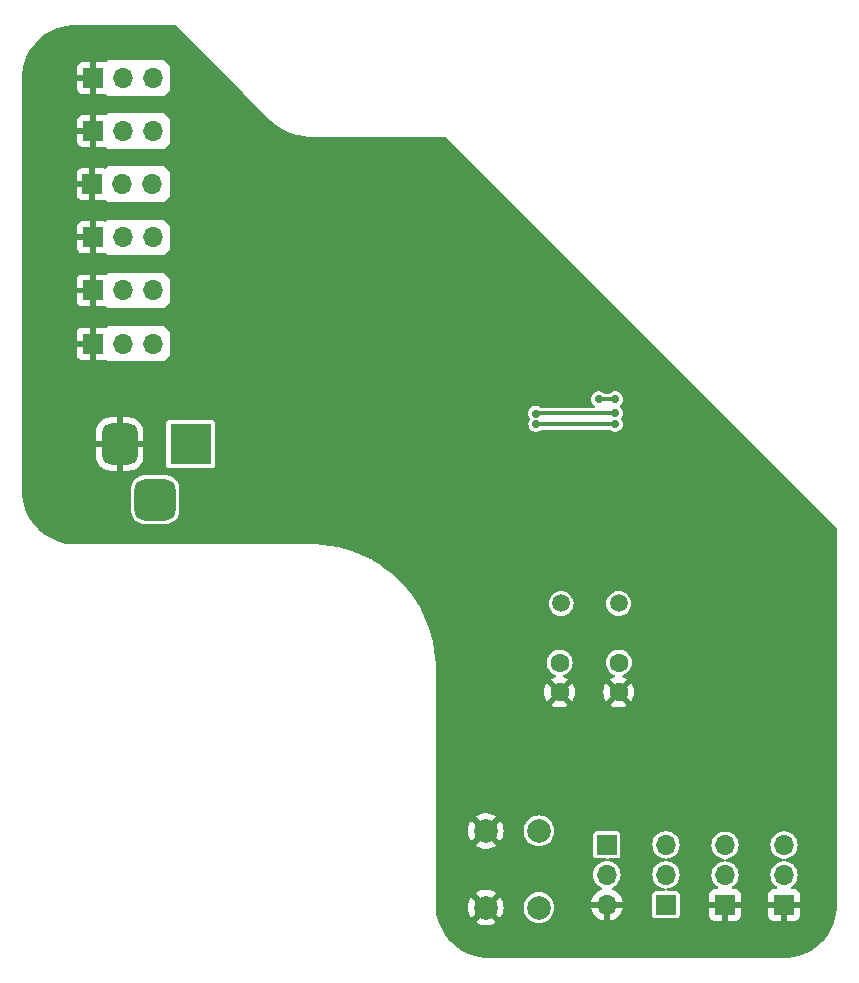
<source format=gbr>
%TF.GenerationSoftware,KiCad,Pcbnew,8.0.6*%
%TF.CreationDate,2025-01-24T14:08:04+11:00*%
%TF.ProjectId,STM32F070F6P6-Robot-Arm-2,53544d33-3246-4303-9730-463650362d52,rev?*%
%TF.SameCoordinates,Original*%
%TF.FileFunction,Copper,L2,Bot*%
%TF.FilePolarity,Positive*%
%FSLAX46Y46*%
G04 Gerber Fmt 4.6, Leading zero omitted, Abs format (unit mm)*
G04 Created by KiCad (PCBNEW 8.0.6) date 2025-01-24 14:08:04*
%MOMM*%
%LPD*%
G01*
G04 APERTURE LIST*
G04 Aperture macros list*
%AMRoundRect*
0 Rectangle with rounded corners*
0 $1 Rounding radius*
0 $2 $3 $4 $5 $6 $7 $8 $9 X,Y pos of 4 corners*
0 Add a 4 corners polygon primitive as box body*
4,1,4,$2,$3,$4,$5,$6,$7,$8,$9,$2,$3,0*
0 Add four circle primitives for the rounded corners*
1,1,$1+$1,$2,$3*
1,1,$1+$1,$4,$5*
1,1,$1+$1,$6,$7*
1,1,$1+$1,$8,$9*
0 Add four rect primitives between the rounded corners*
20,1,$1+$1,$2,$3,$4,$5,0*
20,1,$1+$1,$4,$5,$6,$7,0*
20,1,$1+$1,$6,$7,$8,$9,0*
20,1,$1+$1,$8,$9,$2,$3,0*%
G04 Aperture macros list end*
%TA.AperFunction,ComponentPad*%
%ADD10R,1.700000X1.700000*%
%TD*%
%TA.AperFunction,ComponentPad*%
%ADD11O,1.700000X1.700000*%
%TD*%
%TA.AperFunction,ComponentPad*%
%ADD12R,3.500000X3.500000*%
%TD*%
%TA.AperFunction,ComponentPad*%
%ADD13RoundRect,0.750000X-0.750000X-1.000000X0.750000X-1.000000X0.750000X1.000000X-0.750000X1.000000X0*%
%TD*%
%TA.AperFunction,ComponentPad*%
%ADD14RoundRect,0.875000X-0.875000X-0.875000X0.875000X-0.875000X0.875000X0.875000X-0.875000X0.875000X0*%
%TD*%
%TA.AperFunction,ComponentPad*%
%ADD15C,1.500000*%
%TD*%
%TA.AperFunction,ComponentPad*%
%ADD16C,1.600000*%
%TD*%
%TA.AperFunction,ComponentPad*%
%ADD17C,2.000000*%
%TD*%
%TA.AperFunction,ViaPad*%
%ADD18C,0.700000*%
%TD*%
%TA.AperFunction,Conductor*%
%ADD19C,0.300000*%
%TD*%
G04 APERTURE END LIST*
D10*
%TO.P,TIM3_CH1,1,Pin_1*%
%TO.N,GND*%
X56500000Y-54500000D03*
D11*
%TO.P,TIM3_CH1,2,Pin_2*%
%TO.N,VBUS*%
X59040000Y-54500000D03*
%TO.P,TIM3_CH1,3,Pin_3*%
%TO.N,/TIM3_CH1*%
X61580000Y-54500000D03*
%TD*%
D12*
%TO.P,J10,1*%
%TO.N,VBUS*%
X64750000Y-81000000D03*
D13*
%TO.P,J10,2*%
%TO.N,GND*%
X58750000Y-81000000D03*
D14*
%TO.P,J10,3*%
%TO.N,unconnected-(J10-Pad3)*%
X61750000Y-85700000D03*
%TD*%
D15*
%TO.P,Y1,1,1*%
%TO.N,/HSE_OUT*%
X101000000Y-94500000D03*
%TO.P,Y1,2,2*%
%TO.N,/HSE_IN*%
X96120000Y-94500000D03*
%TD*%
D10*
%TO.P,TIM1_CH3,1,Pin_1*%
%TO.N,GND*%
X56460000Y-72500000D03*
D11*
%TO.P,TIM1_CH3,2,Pin_2*%
%TO.N,VBUS*%
X59000000Y-72500000D03*
%TO.P,TIM1_CH3,3,Pin_3*%
%TO.N,/TIM1_CH3*%
X61540000Y-72500000D03*
%TD*%
D10*
%TO.P,J7,1,Pin_1*%
%TO.N,+3V3*%
X100000000Y-114920000D03*
D11*
%TO.P,J7,2,Pin_2*%
%TO.N,/BOOT0*%
X100000000Y-117460000D03*
%TO.P,J7,3,Pin_3*%
%TO.N,GND*%
X100000000Y-120000000D03*
%TD*%
D10*
%TO.P,TIM1_CH2,1,Pin_1*%
%TO.N,GND*%
X56460000Y-68000000D03*
D11*
%TO.P,TIM1_CH2,2,Pin_2*%
%TO.N,VBUS*%
X59000000Y-68000000D03*
%TO.P,TIM1_CH2,3,Pin_3*%
%TO.N,/TIM1_CH2*%
X61540000Y-68000000D03*
%TD*%
D10*
%TO.P,J6,1,Pin_1*%
%TO.N,GND*%
X110000000Y-120040000D03*
D11*
%TO.P,J6,2,Pin_2*%
%TO.N,/RX*%
X110000000Y-117500000D03*
%TO.P,J6,3,Pin_3*%
%TO.N,/TX*%
X110000000Y-114960000D03*
%TD*%
D16*
%TO.P,C4_10p1,1*%
%TO.N,/HSE_IN*%
X96000000Y-99500000D03*
%TO.P,C4_10p1,2*%
%TO.N,GND*%
X96000000Y-102000000D03*
%TD*%
D17*
%TO.P,RESET1,1,C*%
%TO.N,GND*%
X89750000Y-120250000D03*
X89750000Y-113750000D03*
%TO.P,RESET1,2,D*%
%TO.N,/NRST*%
X94250000Y-120250000D03*
X94250000Y-113750000D03*
%TD*%
D16*
%TO.P,C5_10p1,1*%
%TO.N,/HSE_OUT*%
X101000000Y-99500000D03*
%TO.P,C5_10p1,2*%
%TO.N,GND*%
X101000000Y-102000000D03*
%TD*%
D10*
%TO.P,TIM14_CH1,1,Pin_1*%
%TO.N,GND*%
X56475000Y-50000000D03*
D11*
%TO.P,TIM14_CH1,2,Pin_2*%
%TO.N,VBUS*%
X59015000Y-50000000D03*
%TO.P,TIM14_CH1,3,Pin_3*%
%TO.N,/TIM14_CH1*%
X61555000Y-50000000D03*
%TD*%
D10*
%TO.P,TIM3_CH2,1,Pin_1*%
%TO.N,GND*%
X56445000Y-59000000D03*
D11*
%TO.P,TIM3_CH2,2,Pin_2*%
%TO.N,VBUS*%
X58985000Y-59000000D03*
%TO.P,TIM3_CH2,3,Pin_3*%
%TO.N,/TIM3_CH2*%
X61525000Y-59000000D03*
%TD*%
D10*
%TO.P,TIM3_CH4,1,Pin_1*%
%TO.N,GND*%
X56475000Y-63500000D03*
D11*
%TO.P,TIM3_CH4,2,Pin_2*%
%TO.N,VBUS*%
X59015000Y-63500000D03*
%TO.P,TIM3_CH4,3,Pin_3*%
%TO.N,/TIM3_CH4*%
X61555000Y-63500000D03*
%TD*%
D10*
%TO.P,J8,1,Pin_1*%
%TO.N,GND*%
X115000000Y-120025000D03*
D11*
%TO.P,J8,2,Pin_2*%
%TO.N,/SWCLK*%
X115000000Y-117485000D03*
%TO.P,J8,3,Pin_3*%
%TO.N,/SWDIO*%
X115000000Y-114945000D03*
%TD*%
D10*
%TO.P,J9,1,Pin_1*%
%TO.N,/PA5*%
X105000000Y-120000000D03*
D11*
%TO.P,J9,2,Pin_2*%
%TO.N,/PA1*%
X105000000Y-117460000D03*
%TO.P,J9,3,Pin_3*%
%TO.N,/PA0*%
X105000000Y-114920000D03*
%TD*%
D18*
%TO.N,GND*%
X74750000Y-86500000D03*
X75750000Y-63500000D03*
X75750000Y-72500000D03*
X80000000Y-74200000D03*
X56600000Y-78800000D03*
X95000000Y-75400000D03*
X87000000Y-74200000D03*
X75750000Y-56000000D03*
X75750000Y-59000000D03*
X56600000Y-83200000D03*
X56000000Y-81000000D03*
X62000000Y-47300000D03*
X67800000Y-76200000D03*
X75750000Y-68000000D03*
X81600000Y-88900000D03*
X69000000Y-74800000D03*
%TO.N,/SWCLK*%
X94004017Y-79324534D03*
X100700000Y-79300003D03*
%TO.N,/SWDIO*%
X93975000Y-78425000D03*
X100700000Y-78400000D03*
%TO.N,/PA5*%
X100700000Y-77200000D03*
X99300000Y-77200000D03*
%TD*%
D19*
%TO.N,/SWCLK*%
X100649997Y-79200003D02*
X100650000Y-79200000D01*
X94004017Y-79324534D02*
X100675469Y-79324534D01*
X100675469Y-79324534D02*
X100700000Y-79300003D01*
%TO.N,/SWDIO*%
X100700000Y-78400000D02*
X94000000Y-78400000D01*
X94000000Y-78400000D02*
X93975000Y-78425000D01*
%TO.N,/PA5*%
X99300000Y-77200000D02*
X100700000Y-77200000D01*
%TD*%
%TA.AperFunction,Conductor*%
%TO.N,GND*%
G36*
X63502592Y-45520185D02*
G01*
X63523596Y-45537183D01*
X69288173Y-51349999D01*
X71460000Y-53540000D01*
X71470294Y-53546898D01*
X71470083Y-53547212D01*
X71501162Y-53568450D01*
X71544687Y-53613974D01*
X71544693Y-53613979D01*
X71544697Y-53613983D01*
X71882534Y-53909143D01*
X71882543Y-53909150D01*
X71882551Y-53909157D01*
X71882561Y-53909164D01*
X71882562Y-53909165D01*
X72007585Y-54000000D01*
X72245515Y-54172866D01*
X72630657Y-54402978D01*
X72630665Y-54402982D01*
X72630667Y-54402983D01*
X73034866Y-54597635D01*
X73034867Y-54597635D01*
X73034875Y-54597639D01*
X73454915Y-54755283D01*
X73454922Y-54755285D01*
X73454925Y-54755286D01*
X73887387Y-54874638D01*
X73887389Y-54874638D01*
X73887395Y-54874640D01*
X74328834Y-54954749D01*
X74775676Y-54994965D01*
X74963226Y-54994965D01*
X74987639Y-54999801D01*
X74988069Y-54997636D01*
X75000000Y-55000000D01*
X86311892Y-55000000D01*
X86378931Y-55019685D01*
X86399573Y-55036319D01*
X119463681Y-88100427D01*
X119497166Y-88161750D01*
X119500000Y-88188108D01*
X119500000Y-109761334D01*
X119499578Y-109771561D01*
X119499500Y-109772503D01*
X119499500Y-119997293D01*
X119499382Y-120002702D01*
X119482614Y-120386750D01*
X119481671Y-120397526D01*
X119431849Y-120775957D01*
X119429971Y-120786610D01*
X119347354Y-121159272D01*
X119344554Y-121169721D01*
X119229775Y-121533755D01*
X119226075Y-121543921D01*
X119080002Y-121896572D01*
X119075430Y-121906376D01*
X118899183Y-122244942D01*
X118893775Y-122254310D01*
X118688681Y-122576244D01*
X118682476Y-122585105D01*
X118450110Y-122887930D01*
X118443156Y-122896217D01*
X118185284Y-123177635D01*
X118177635Y-123185284D01*
X117896217Y-123443156D01*
X117887930Y-123450110D01*
X117585105Y-123682476D01*
X117576244Y-123688681D01*
X117254310Y-123893775D01*
X117244942Y-123899183D01*
X116906376Y-124075430D01*
X116896572Y-124080002D01*
X116543921Y-124226075D01*
X116533755Y-124229775D01*
X116169721Y-124344554D01*
X116159272Y-124347354D01*
X115786610Y-124429971D01*
X115775957Y-124431849D01*
X115397526Y-124481671D01*
X115386750Y-124482614D01*
X115002703Y-124499382D01*
X114997294Y-124499500D01*
X90002706Y-124499500D01*
X89997297Y-124499382D01*
X89613249Y-124482614D01*
X89602473Y-124481671D01*
X89224042Y-124431849D01*
X89213389Y-124429971D01*
X88840727Y-124347354D01*
X88830278Y-124344554D01*
X88466244Y-124229775D01*
X88456078Y-124226075D01*
X88103427Y-124080002D01*
X88093623Y-124075430D01*
X87755057Y-123899183D01*
X87745689Y-123893775D01*
X87423755Y-123688681D01*
X87414894Y-123682476D01*
X87112069Y-123450110D01*
X87103782Y-123443156D01*
X86822364Y-123185284D01*
X86814715Y-123177635D01*
X86556843Y-122896217D01*
X86549889Y-122887930D01*
X86317523Y-122585105D01*
X86311318Y-122576244D01*
X86106224Y-122254310D01*
X86100816Y-122244942D01*
X85924569Y-121906376D01*
X85919997Y-121896572D01*
X85859285Y-121750000D01*
X85773920Y-121543911D01*
X85770224Y-121533755D01*
X85655442Y-121169710D01*
X85652648Y-121159284D01*
X85570025Y-120786597D01*
X85568152Y-120775971D01*
X85518326Y-120397506D01*
X85517386Y-120386771D01*
X85511414Y-120249994D01*
X88244859Y-120249994D01*
X88244859Y-120250000D01*
X88265385Y-120497729D01*
X88265387Y-120497738D01*
X88326412Y-120738717D01*
X88426266Y-120966364D01*
X88526564Y-121119882D01*
X89226212Y-120420234D01*
X89237482Y-120462292D01*
X89309890Y-120587708D01*
X89412292Y-120690110D01*
X89537708Y-120762518D01*
X89579765Y-120773787D01*
X88879942Y-121473609D01*
X88926768Y-121510055D01*
X88926770Y-121510056D01*
X89145385Y-121628364D01*
X89145396Y-121628369D01*
X89380506Y-121709083D01*
X89625707Y-121750000D01*
X89874293Y-121750000D01*
X90119493Y-121709083D01*
X90354603Y-121628369D01*
X90354614Y-121628364D01*
X90573228Y-121510057D01*
X90573231Y-121510055D01*
X90620056Y-121473609D01*
X89920234Y-120773787D01*
X89962292Y-120762518D01*
X90087708Y-120690110D01*
X90190110Y-120587708D01*
X90262518Y-120462292D01*
X90273787Y-120420235D01*
X90973434Y-121119882D01*
X91073731Y-120966369D01*
X91173587Y-120738717D01*
X91234612Y-120497738D01*
X91234614Y-120497729D01*
X91255141Y-120250000D01*
X91255141Y-120249998D01*
X92944532Y-120249998D01*
X92944532Y-120250000D01*
X92964364Y-120476686D01*
X92964366Y-120476697D01*
X93023258Y-120696488D01*
X93023261Y-120696497D01*
X93119431Y-120902732D01*
X93119432Y-120902734D01*
X93249954Y-121089141D01*
X93410858Y-121250045D01*
X93410861Y-121250047D01*
X93597266Y-121380568D01*
X93803504Y-121476739D01*
X94023308Y-121535635D01*
X94185230Y-121549801D01*
X94249998Y-121555468D01*
X94250000Y-121555468D01*
X94250002Y-121555468D01*
X94306673Y-121550509D01*
X94476692Y-121535635D01*
X94696496Y-121476739D01*
X94902734Y-121380568D01*
X95089139Y-121250047D01*
X95250047Y-121089139D01*
X95380568Y-120902734D01*
X95476739Y-120696496D01*
X95535635Y-120476692D01*
X95555468Y-120250000D01*
X95555467Y-120249994D01*
X95539355Y-120065826D01*
X95535635Y-120023308D01*
X95476739Y-119803504D01*
X95451789Y-119749999D01*
X98669364Y-119749999D01*
X98669364Y-119750000D01*
X99566988Y-119750000D01*
X99534075Y-119807007D01*
X99500000Y-119934174D01*
X99500000Y-120065826D01*
X99534075Y-120192993D01*
X99566988Y-120250000D01*
X98669364Y-120250000D01*
X98726567Y-120463486D01*
X98726570Y-120463492D01*
X98826399Y-120677578D01*
X98961894Y-120871082D01*
X99128917Y-121038105D01*
X99322421Y-121173600D01*
X99536507Y-121273429D01*
X99536516Y-121273433D01*
X99750000Y-121330634D01*
X99750000Y-120433012D01*
X99807007Y-120465925D01*
X99934174Y-120500000D01*
X100065826Y-120500000D01*
X100192993Y-120465925D01*
X100250000Y-120433012D01*
X100250000Y-121330633D01*
X100463483Y-121273433D01*
X100463492Y-121273429D01*
X100677578Y-121173600D01*
X100871082Y-121038105D01*
X101038105Y-120871082D01*
X101173600Y-120677578D01*
X101273429Y-120463492D01*
X101273432Y-120463486D01*
X101330636Y-120250000D01*
X100433012Y-120250000D01*
X100465925Y-120192993D01*
X100500000Y-120065826D01*
X100500000Y-119934174D01*
X100465925Y-119807007D01*
X100433012Y-119750000D01*
X101330636Y-119750000D01*
X101330635Y-119749999D01*
X101273432Y-119536513D01*
X101273429Y-119536507D01*
X101173600Y-119322422D01*
X101173599Y-119322420D01*
X101038113Y-119128926D01*
X101038108Y-119128920D01*
X100871082Y-118961894D01*
X100677578Y-118826399D01*
X100478426Y-118733533D01*
X100425987Y-118687360D01*
X100406835Y-118620167D01*
X100427051Y-118553286D01*
X100480216Y-118507951D01*
X100486005Y-118505537D01*
X100515019Y-118494298D01*
X100696302Y-118382052D01*
X100853872Y-118238407D01*
X100982366Y-118068255D01*
X101057488Y-117917389D01*
X101077403Y-117877394D01*
X101077403Y-117877393D01*
X101077405Y-117877389D01*
X101135756Y-117672310D01*
X101155429Y-117460000D01*
X101135756Y-117247690D01*
X101077405Y-117042611D01*
X101077403Y-117042606D01*
X101077403Y-117042605D01*
X100982367Y-116851746D01*
X100853872Y-116681593D01*
X100696302Y-116537948D01*
X100515019Y-116425702D01*
X100515017Y-116425701D01*
X100415608Y-116387190D01*
X100316198Y-116348679D01*
X100143456Y-116316387D01*
X100081176Y-116284719D01*
X100045903Y-116224407D01*
X100048837Y-116154599D01*
X100089046Y-116097459D01*
X100153764Y-116071128D01*
X100166233Y-116070499D01*
X100894864Y-116070499D01*
X100894879Y-116070497D01*
X100894882Y-116070497D01*
X100919987Y-116067586D01*
X100919988Y-116067585D01*
X100919991Y-116067585D01*
X101022765Y-116022206D01*
X101102206Y-115942765D01*
X101147585Y-115839991D01*
X101150500Y-115814865D01*
X101150499Y-114919999D01*
X103844571Y-114919999D01*
X103844571Y-114920000D01*
X103864244Y-115132310D01*
X103922596Y-115337392D01*
X103922596Y-115337394D01*
X104017632Y-115528253D01*
X104146127Y-115698406D01*
X104146128Y-115698407D01*
X104303698Y-115842052D01*
X104484981Y-115954298D01*
X104683802Y-116031321D01*
X104880613Y-116068111D01*
X104942893Y-116099779D01*
X104978166Y-116160092D01*
X104975232Y-116229900D01*
X104935023Y-116287040D01*
X104880613Y-116311888D01*
X104683802Y-116348679D01*
X104683799Y-116348679D01*
X104683799Y-116348680D01*
X104484982Y-116425701D01*
X104484980Y-116425702D01*
X104303699Y-116537947D01*
X104146127Y-116681593D01*
X104017632Y-116851746D01*
X103922596Y-117042605D01*
X103922596Y-117042607D01*
X103864244Y-117247689D01*
X103844571Y-117459999D01*
X103844571Y-117460000D01*
X103864244Y-117672310D01*
X103922596Y-117877392D01*
X103922596Y-117877394D01*
X104017632Y-118068253D01*
X104146127Y-118238406D01*
X104146128Y-118238407D01*
X104303698Y-118382052D01*
X104484981Y-118494298D01*
X104683802Y-118571321D01*
X104856544Y-118603612D01*
X104918823Y-118635279D01*
X104954096Y-118695591D01*
X104951162Y-118765400D01*
X104910953Y-118822540D01*
X104846235Y-118848871D01*
X104833757Y-118849500D01*
X104105143Y-118849500D01*
X104105117Y-118849502D01*
X104080012Y-118852413D01*
X104080008Y-118852415D01*
X103977235Y-118897793D01*
X103897794Y-118977234D01*
X103852415Y-119080006D01*
X103852415Y-119080008D01*
X103849500Y-119105131D01*
X103849500Y-120894856D01*
X103849502Y-120894882D01*
X103852413Y-120919987D01*
X103852415Y-120919991D01*
X103897793Y-121022764D01*
X103897794Y-121022765D01*
X103977235Y-121102206D01*
X104080009Y-121147585D01*
X104105135Y-121150500D01*
X105894864Y-121150499D01*
X105894879Y-121150497D01*
X105894882Y-121150497D01*
X105919987Y-121147586D01*
X105919988Y-121147585D01*
X105919991Y-121147585D01*
X106022765Y-121102206D01*
X106102206Y-121022765D01*
X106147585Y-120919991D01*
X106150500Y-120894865D01*
X106150499Y-119142155D01*
X108650000Y-119142155D01*
X108650000Y-119790000D01*
X109566988Y-119790000D01*
X109534075Y-119847007D01*
X109500000Y-119974174D01*
X109500000Y-120105826D01*
X109534075Y-120232993D01*
X109566988Y-120290000D01*
X108650000Y-120290000D01*
X108650000Y-120937844D01*
X108656401Y-120997372D01*
X108656403Y-120997379D01*
X108706645Y-121132086D01*
X108706649Y-121132093D01*
X108792809Y-121247187D01*
X108792812Y-121247190D01*
X108907906Y-121333350D01*
X108907913Y-121333354D01*
X109042620Y-121383596D01*
X109042627Y-121383598D01*
X109102155Y-121389999D01*
X109102172Y-121390000D01*
X109750000Y-121390000D01*
X109750000Y-120473012D01*
X109807007Y-120505925D01*
X109934174Y-120540000D01*
X110065826Y-120540000D01*
X110192993Y-120505925D01*
X110250000Y-120473012D01*
X110250000Y-121390000D01*
X110897828Y-121390000D01*
X110897844Y-121389999D01*
X110957372Y-121383598D01*
X110957379Y-121383596D01*
X111092086Y-121333354D01*
X111092093Y-121333350D01*
X111207187Y-121247190D01*
X111207190Y-121247187D01*
X111293350Y-121132093D01*
X111293354Y-121132086D01*
X111343596Y-120997379D01*
X111343598Y-120997372D01*
X111349999Y-120937844D01*
X111350000Y-120937827D01*
X111350000Y-120290000D01*
X110433012Y-120290000D01*
X110465925Y-120232993D01*
X110500000Y-120105826D01*
X110500000Y-119974174D01*
X110465925Y-119847007D01*
X110433012Y-119790000D01*
X111350000Y-119790000D01*
X111350000Y-119142172D01*
X111349999Y-119142155D01*
X111348386Y-119127155D01*
X113650000Y-119127155D01*
X113650000Y-119775000D01*
X114566988Y-119775000D01*
X114534075Y-119832007D01*
X114500000Y-119959174D01*
X114500000Y-120090826D01*
X114534075Y-120217993D01*
X114566988Y-120275000D01*
X113650000Y-120275000D01*
X113650000Y-120922844D01*
X113656401Y-120982372D01*
X113656403Y-120982379D01*
X113706645Y-121117086D01*
X113706649Y-121117093D01*
X113792809Y-121232187D01*
X113792812Y-121232190D01*
X113907906Y-121318350D01*
X113907913Y-121318354D01*
X114042620Y-121368596D01*
X114042627Y-121368598D01*
X114102155Y-121374999D01*
X114102172Y-121375000D01*
X114750000Y-121375000D01*
X114750000Y-120458012D01*
X114807007Y-120490925D01*
X114934174Y-120525000D01*
X115065826Y-120525000D01*
X115192993Y-120490925D01*
X115250000Y-120458012D01*
X115250000Y-121375000D01*
X115897828Y-121375000D01*
X115897844Y-121374999D01*
X115957372Y-121368598D01*
X115957379Y-121368596D01*
X116092086Y-121318354D01*
X116092093Y-121318350D01*
X116207187Y-121232190D01*
X116207190Y-121232187D01*
X116293350Y-121117093D01*
X116293354Y-121117086D01*
X116343596Y-120982379D01*
X116343598Y-120982372D01*
X116349999Y-120922844D01*
X116350000Y-120922827D01*
X116350000Y-120275000D01*
X115433012Y-120275000D01*
X115465925Y-120217993D01*
X115500000Y-120090826D01*
X115500000Y-119959174D01*
X115465925Y-119832007D01*
X115433012Y-119775000D01*
X116350000Y-119775000D01*
X116350000Y-119127172D01*
X116349999Y-119127155D01*
X116343598Y-119067627D01*
X116343596Y-119067620D01*
X116293354Y-118932913D01*
X116293350Y-118932906D01*
X116207190Y-118817812D01*
X116207187Y-118817809D01*
X116092093Y-118731649D01*
X116092086Y-118731645D01*
X115957379Y-118681403D01*
X115957372Y-118681401D01*
X115897844Y-118675000D01*
X115699366Y-118675000D01*
X115632327Y-118655315D01*
X115586572Y-118602511D01*
X115576628Y-118533353D01*
X115605653Y-118469797D01*
X115634089Y-118445573D01*
X115672076Y-118422052D01*
X115696302Y-118407052D01*
X115853872Y-118263407D01*
X115982366Y-118093255D01*
X115994815Y-118068253D01*
X116077403Y-117902394D01*
X116077403Y-117902393D01*
X116077405Y-117902389D01*
X116135756Y-117697310D01*
X116155429Y-117485000D01*
X116135756Y-117272690D01*
X116077405Y-117067611D01*
X116077403Y-117067606D01*
X116077403Y-117067605D01*
X115982367Y-116876746D01*
X115853872Y-116706593D01*
X115826448Y-116681593D01*
X115696302Y-116562948D01*
X115515019Y-116450702D01*
X115515017Y-116450701D01*
X115354920Y-116388680D01*
X115316198Y-116373679D01*
X115119385Y-116336888D01*
X115057106Y-116305221D01*
X115021833Y-116244908D01*
X115024767Y-116175100D01*
X115064976Y-116117960D01*
X115119384Y-116093111D01*
X115316198Y-116056321D01*
X115515019Y-115979298D01*
X115696302Y-115867052D01*
X115853872Y-115723407D01*
X115982366Y-115553255D01*
X115994815Y-115528253D01*
X116077403Y-115362394D01*
X116077403Y-115362393D01*
X116077405Y-115362389D01*
X116135756Y-115157310D01*
X116155429Y-114945000D01*
X116135756Y-114732690D01*
X116077405Y-114527611D01*
X116077403Y-114527606D01*
X116077403Y-114527605D01*
X115982367Y-114336746D01*
X115853872Y-114166593D01*
X115826448Y-114141593D01*
X115696302Y-114022948D01*
X115515019Y-113910702D01*
X115515017Y-113910701D01*
X115354920Y-113848680D01*
X115316198Y-113833679D01*
X115106610Y-113794500D01*
X114893390Y-113794500D01*
X114683802Y-113833679D01*
X114683799Y-113833679D01*
X114683799Y-113833680D01*
X114484982Y-113910701D01*
X114484980Y-113910702D01*
X114303699Y-114022947D01*
X114146127Y-114166593D01*
X114017632Y-114336746D01*
X113922596Y-114527605D01*
X113922596Y-114527607D01*
X113864244Y-114732689D01*
X113844571Y-114944999D01*
X113844571Y-114945000D01*
X113864244Y-115157310D01*
X113922596Y-115362392D01*
X113922596Y-115362394D01*
X114017632Y-115553253D01*
X114146127Y-115723406D01*
X114146128Y-115723407D01*
X114303698Y-115867052D01*
X114484981Y-115979298D01*
X114683802Y-116056321D01*
X114880613Y-116093111D01*
X114942893Y-116124779D01*
X114978166Y-116185092D01*
X114975232Y-116254900D01*
X114935023Y-116312040D01*
X114880613Y-116336888D01*
X114683802Y-116373679D01*
X114683799Y-116373679D01*
X114683799Y-116373680D01*
X114484982Y-116450701D01*
X114484980Y-116450702D01*
X114303699Y-116562947D01*
X114146127Y-116706593D01*
X114017632Y-116876746D01*
X113922596Y-117067605D01*
X113922596Y-117067607D01*
X113864244Y-117272689D01*
X113844571Y-117484999D01*
X113844571Y-117485000D01*
X113864244Y-117697310D01*
X113922596Y-117902392D01*
X113922596Y-117902394D01*
X114017632Y-118093253D01*
X114146127Y-118263406D01*
X114146128Y-118263407D01*
X114303698Y-118407052D01*
X114303700Y-118407053D01*
X114303701Y-118407054D01*
X114365911Y-118445573D01*
X114412547Y-118497601D01*
X114423651Y-118566582D01*
X114395698Y-118630617D01*
X114337563Y-118669373D01*
X114300634Y-118675000D01*
X114102155Y-118675000D01*
X114042627Y-118681401D01*
X114042620Y-118681403D01*
X113907913Y-118731645D01*
X113907906Y-118731649D01*
X113792812Y-118817809D01*
X113792809Y-118817812D01*
X113706649Y-118932906D01*
X113706645Y-118932913D01*
X113656403Y-119067620D01*
X113656401Y-119067627D01*
X113650000Y-119127155D01*
X111348386Y-119127155D01*
X111343598Y-119082627D01*
X111343596Y-119082620D01*
X111293354Y-118947913D01*
X111293350Y-118947906D01*
X111207190Y-118832812D01*
X111207187Y-118832809D01*
X111092093Y-118746649D01*
X111092086Y-118746645D01*
X110957379Y-118696403D01*
X110957372Y-118696401D01*
X110897844Y-118690000D01*
X110699366Y-118690000D01*
X110632327Y-118670315D01*
X110586572Y-118617511D01*
X110576628Y-118548353D01*
X110605653Y-118484797D01*
X110634089Y-118460573D01*
X110658314Y-118445573D01*
X110696302Y-118422052D01*
X110853872Y-118278407D01*
X110982366Y-118108255D01*
X110989836Y-118093253D01*
X111077403Y-117917394D01*
X111077403Y-117917393D01*
X111077405Y-117917389D01*
X111135756Y-117712310D01*
X111155429Y-117500000D01*
X111135756Y-117287690D01*
X111077405Y-117082611D01*
X111077403Y-117082606D01*
X111077403Y-117082605D01*
X110982367Y-116891746D01*
X110853872Y-116721593D01*
X110809994Y-116681593D01*
X110696302Y-116577948D01*
X110515019Y-116465702D01*
X110515017Y-116465701D01*
X110411764Y-116425701D01*
X110316198Y-116388679D01*
X110119385Y-116351888D01*
X110057106Y-116320221D01*
X110021833Y-116259908D01*
X110024767Y-116190100D01*
X110064976Y-116132960D01*
X110119384Y-116108111D01*
X110316198Y-116071321D01*
X110515019Y-115994298D01*
X110696302Y-115882052D01*
X110853872Y-115738407D01*
X110982366Y-115568255D01*
X110989836Y-115553253D01*
X111077403Y-115377394D01*
X111077403Y-115377393D01*
X111077405Y-115377389D01*
X111135756Y-115172310D01*
X111155429Y-114960000D01*
X111135756Y-114747690D01*
X111077405Y-114542611D01*
X111077403Y-114542606D01*
X111077403Y-114542605D01*
X110982367Y-114351746D01*
X110853872Y-114181593D01*
X110809994Y-114141593D01*
X110696302Y-114037948D01*
X110515019Y-113925702D01*
X110515017Y-113925701D01*
X110411764Y-113885701D01*
X110316198Y-113848679D01*
X110106610Y-113809500D01*
X109893390Y-113809500D01*
X109683802Y-113848679D01*
X109683799Y-113848679D01*
X109683799Y-113848680D01*
X109484982Y-113925701D01*
X109484980Y-113925702D01*
X109303699Y-114037947D01*
X109146127Y-114181593D01*
X109017632Y-114351746D01*
X108922596Y-114542605D01*
X108922596Y-114542607D01*
X108864244Y-114747689D01*
X108848278Y-114919999D01*
X108844571Y-114960000D01*
X108864244Y-115172310D01*
X108918328Y-115362394D01*
X108922596Y-115377392D01*
X108922596Y-115377394D01*
X109017632Y-115568253D01*
X109134800Y-115723407D01*
X109146128Y-115738407D01*
X109303698Y-115882052D01*
X109484981Y-115994298D01*
X109683802Y-116071321D01*
X109880613Y-116108111D01*
X109942893Y-116139779D01*
X109978166Y-116200092D01*
X109975232Y-116269900D01*
X109935023Y-116327040D01*
X109880613Y-116351888D01*
X109683802Y-116388679D01*
X109683799Y-116388679D01*
X109683799Y-116388680D01*
X109484982Y-116465701D01*
X109484980Y-116465702D01*
X109303699Y-116577947D01*
X109146127Y-116721593D01*
X109017632Y-116891746D01*
X108922596Y-117082605D01*
X108922596Y-117082607D01*
X108864244Y-117287689D01*
X108848278Y-117459999D01*
X108844571Y-117500000D01*
X108864244Y-117712310D01*
X108918328Y-117902394D01*
X108922596Y-117917392D01*
X108922596Y-117917394D01*
X109017632Y-118108253D01*
X109134800Y-118263407D01*
X109146128Y-118278407D01*
X109303698Y-118422052D01*
X109303700Y-118422053D01*
X109303701Y-118422054D01*
X109365911Y-118460573D01*
X109412547Y-118512601D01*
X109423651Y-118581582D01*
X109395698Y-118645617D01*
X109337563Y-118684373D01*
X109300634Y-118690000D01*
X109102155Y-118690000D01*
X109042627Y-118696401D01*
X109042620Y-118696403D01*
X108907913Y-118746645D01*
X108907906Y-118746649D01*
X108792812Y-118832809D01*
X108792809Y-118832812D01*
X108706649Y-118947906D01*
X108706645Y-118947913D01*
X108656403Y-119082620D01*
X108656401Y-119082627D01*
X108650000Y-119142155D01*
X106150499Y-119142155D01*
X106150499Y-119105136D01*
X106147888Y-119082620D01*
X106147586Y-119080012D01*
X106147585Y-119080010D01*
X106147585Y-119080009D01*
X106102206Y-118977235D01*
X106022765Y-118897794D01*
X106022763Y-118897793D01*
X105919992Y-118852415D01*
X105894868Y-118849500D01*
X105166243Y-118849500D01*
X105099204Y-118829815D01*
X105053449Y-118777011D01*
X105043505Y-118707853D01*
X105072530Y-118644297D01*
X105131308Y-118606523D01*
X105143441Y-118603614D01*
X105316198Y-118571321D01*
X105515019Y-118494298D01*
X105696302Y-118382052D01*
X105853872Y-118238407D01*
X105982366Y-118068255D01*
X106057488Y-117917389D01*
X106077403Y-117877394D01*
X106077403Y-117877393D01*
X106077405Y-117877389D01*
X106135756Y-117672310D01*
X106155429Y-117460000D01*
X106135756Y-117247690D01*
X106077405Y-117042611D01*
X106077403Y-117042606D01*
X106077403Y-117042605D01*
X105982367Y-116851746D01*
X105853872Y-116681593D01*
X105696302Y-116537948D01*
X105515019Y-116425702D01*
X105515017Y-116425701D01*
X105415608Y-116387190D01*
X105316198Y-116348679D01*
X105119385Y-116311888D01*
X105057106Y-116280221D01*
X105021833Y-116219908D01*
X105024767Y-116150100D01*
X105064976Y-116092960D01*
X105119384Y-116068111D01*
X105316198Y-116031321D01*
X105515019Y-115954298D01*
X105696302Y-115842052D01*
X105853872Y-115698407D01*
X105982366Y-115528255D01*
X106057488Y-115377389D01*
X106077403Y-115337394D01*
X106077403Y-115337393D01*
X106077405Y-115337389D01*
X106135756Y-115132310D01*
X106155429Y-114920000D01*
X106135756Y-114707690D01*
X106077405Y-114502611D01*
X106077403Y-114502606D01*
X106077403Y-114502605D01*
X105982367Y-114311746D01*
X105853872Y-114141593D01*
X105794763Y-114087708D01*
X105696302Y-113997948D01*
X105515019Y-113885702D01*
X105515017Y-113885701D01*
X105415608Y-113847190D01*
X105316198Y-113808679D01*
X105106610Y-113769500D01*
X104893390Y-113769500D01*
X104683802Y-113808679D01*
X104683799Y-113808679D01*
X104683799Y-113808680D01*
X104484982Y-113885701D01*
X104484980Y-113885702D01*
X104303699Y-113997947D01*
X104146127Y-114141593D01*
X104017632Y-114311746D01*
X103922596Y-114502605D01*
X103922596Y-114502607D01*
X103864244Y-114707689D01*
X103844571Y-114919999D01*
X101150499Y-114919999D01*
X101150499Y-114025136D01*
X101150245Y-114022947D01*
X101147586Y-114000012D01*
X101147585Y-114000010D01*
X101147585Y-114000009D01*
X101102206Y-113897235D01*
X101022765Y-113817794D01*
X101002124Y-113808680D01*
X100919992Y-113772415D01*
X100894865Y-113769500D01*
X99105143Y-113769500D01*
X99105117Y-113769502D01*
X99080012Y-113772413D01*
X99080008Y-113772415D01*
X98977235Y-113817793D01*
X98897794Y-113897234D01*
X98852415Y-114000006D01*
X98852415Y-114000008D01*
X98849500Y-114025131D01*
X98849500Y-115814856D01*
X98849502Y-115814882D01*
X98852413Y-115839987D01*
X98852415Y-115839991D01*
X98897793Y-115942764D01*
X98897794Y-115942765D01*
X98977235Y-116022206D01*
X99080009Y-116067585D01*
X99105135Y-116070500D01*
X99833758Y-116070499D01*
X99900795Y-116090183D01*
X99946550Y-116142987D01*
X99956494Y-116212146D01*
X99927469Y-116275702D01*
X99868691Y-116313476D01*
X99856542Y-116316388D01*
X99836038Y-116320221D01*
X99683802Y-116348679D01*
X99683800Y-116348679D01*
X99683798Y-116348680D01*
X99484982Y-116425701D01*
X99484980Y-116425702D01*
X99303699Y-116537947D01*
X99146127Y-116681593D01*
X99017632Y-116851746D01*
X98922596Y-117042605D01*
X98922596Y-117042607D01*
X98864244Y-117247689D01*
X98844571Y-117459999D01*
X98844571Y-117460000D01*
X98864244Y-117672310D01*
X98922596Y-117877392D01*
X98922596Y-117877394D01*
X99017632Y-118068253D01*
X99146127Y-118238406D01*
X99146128Y-118238407D01*
X99303698Y-118382052D01*
X99484981Y-118494298D01*
X99513961Y-118505525D01*
X99569362Y-118548095D01*
X99592954Y-118613861D01*
X99577244Y-118681942D01*
X99527222Y-118730722D01*
X99521573Y-118733533D01*
X99322422Y-118826399D01*
X99322420Y-118826400D01*
X99128926Y-118961886D01*
X99128920Y-118961891D01*
X98961891Y-119128920D01*
X98961886Y-119128926D01*
X98826400Y-119322420D01*
X98826399Y-119322422D01*
X98726570Y-119536507D01*
X98726567Y-119536513D01*
X98669364Y-119749999D01*
X95451789Y-119749999D01*
X95380568Y-119597266D01*
X95250047Y-119410861D01*
X95250045Y-119410858D01*
X95089141Y-119249954D01*
X94902734Y-119119432D01*
X94902732Y-119119431D01*
X94696497Y-119023261D01*
X94696488Y-119023258D01*
X94476697Y-118964366D01*
X94476693Y-118964365D01*
X94476692Y-118964365D01*
X94476691Y-118964364D01*
X94476686Y-118964364D01*
X94250002Y-118944532D01*
X94249998Y-118944532D01*
X94023313Y-118964364D01*
X94023302Y-118964366D01*
X93803511Y-119023258D01*
X93803502Y-119023261D01*
X93597267Y-119119431D01*
X93597265Y-119119432D01*
X93410858Y-119249954D01*
X93249954Y-119410858D01*
X93119432Y-119597265D01*
X93119431Y-119597267D01*
X93023261Y-119803502D01*
X93023258Y-119803511D01*
X92964366Y-120023302D01*
X92964364Y-120023313D01*
X92944532Y-120249998D01*
X91255141Y-120249998D01*
X91255141Y-120249994D01*
X91234614Y-120002270D01*
X91234612Y-120002261D01*
X91173587Y-119761282D01*
X91073731Y-119533630D01*
X90973434Y-119380116D01*
X90273787Y-120079764D01*
X90262518Y-120037708D01*
X90190110Y-119912292D01*
X90087708Y-119809890D01*
X89962292Y-119737482D01*
X89920235Y-119726212D01*
X90620057Y-119026390D01*
X90620056Y-119026389D01*
X90573229Y-118989943D01*
X90354614Y-118871635D01*
X90354603Y-118871630D01*
X90119493Y-118790916D01*
X89874293Y-118750000D01*
X89625707Y-118750000D01*
X89380506Y-118790916D01*
X89145396Y-118871630D01*
X89145390Y-118871632D01*
X88926761Y-118989949D01*
X88879942Y-119026388D01*
X88879942Y-119026390D01*
X89579765Y-119726212D01*
X89537708Y-119737482D01*
X89412292Y-119809890D01*
X89309890Y-119912292D01*
X89237482Y-120037708D01*
X89226212Y-120079764D01*
X88526564Y-119380116D01*
X88426267Y-119533632D01*
X88326412Y-119761282D01*
X88265387Y-120002261D01*
X88265385Y-120002270D01*
X88244859Y-120249994D01*
X85511414Y-120249994D01*
X85500618Y-120002702D01*
X85500500Y-119997293D01*
X85500500Y-113749994D01*
X88244859Y-113749994D01*
X88244859Y-113750005D01*
X88265385Y-113997729D01*
X88265387Y-113997738D01*
X88326412Y-114238717D01*
X88426266Y-114466364D01*
X88526564Y-114619882D01*
X89226212Y-113920234D01*
X89237482Y-113962292D01*
X89309890Y-114087708D01*
X89412292Y-114190110D01*
X89537708Y-114262518D01*
X89579765Y-114273787D01*
X88879942Y-114973609D01*
X88926768Y-115010055D01*
X88926770Y-115010056D01*
X89145385Y-115128364D01*
X89145396Y-115128369D01*
X89380506Y-115209083D01*
X89625707Y-115250000D01*
X89874293Y-115250000D01*
X90119493Y-115209083D01*
X90354603Y-115128369D01*
X90354614Y-115128364D01*
X90573228Y-115010057D01*
X90573231Y-115010055D01*
X90620056Y-114973609D01*
X89920234Y-114273787D01*
X89962292Y-114262518D01*
X90087708Y-114190110D01*
X90190110Y-114087708D01*
X90262518Y-113962292D01*
X90273787Y-113920235D01*
X90973434Y-114619882D01*
X91073731Y-114466369D01*
X91173587Y-114238717D01*
X91234612Y-113997738D01*
X91234614Y-113997729D01*
X91255141Y-113750005D01*
X91255141Y-113749998D01*
X92944532Y-113749998D01*
X92944532Y-113750001D01*
X92964364Y-113976686D01*
X92964366Y-113976697D01*
X93023258Y-114196488D01*
X93023261Y-114196497D01*
X93119431Y-114402732D01*
X93119432Y-114402734D01*
X93249954Y-114589141D01*
X93410858Y-114750045D01*
X93410861Y-114750047D01*
X93597266Y-114880568D01*
X93803504Y-114976739D01*
X94023308Y-115035635D01*
X94185230Y-115049801D01*
X94249998Y-115055468D01*
X94250000Y-115055468D01*
X94250002Y-115055468D01*
X94306673Y-115050509D01*
X94476692Y-115035635D01*
X94696496Y-114976739D01*
X94902734Y-114880568D01*
X95089139Y-114750047D01*
X95250047Y-114589139D01*
X95380568Y-114402734D01*
X95476739Y-114196496D01*
X95535635Y-113976692D01*
X95555468Y-113750000D01*
X95555467Y-113749994D01*
X95549133Y-113677591D01*
X95535635Y-113523308D01*
X95476739Y-113303504D01*
X95380568Y-113097266D01*
X95250047Y-112910861D01*
X95250045Y-112910858D01*
X95089141Y-112749954D01*
X94902734Y-112619432D01*
X94902732Y-112619431D01*
X94696497Y-112523261D01*
X94696488Y-112523258D01*
X94476697Y-112464366D01*
X94476693Y-112464365D01*
X94476692Y-112464365D01*
X94476691Y-112464364D01*
X94476686Y-112464364D01*
X94250002Y-112444532D01*
X94249998Y-112444532D01*
X94023313Y-112464364D01*
X94023302Y-112464366D01*
X93803511Y-112523258D01*
X93803502Y-112523261D01*
X93597267Y-112619431D01*
X93597265Y-112619432D01*
X93410858Y-112749954D01*
X93249954Y-112910858D01*
X93119432Y-113097265D01*
X93119431Y-113097267D01*
X93023261Y-113303502D01*
X93023258Y-113303511D01*
X92964366Y-113523302D01*
X92964364Y-113523313D01*
X92944532Y-113749998D01*
X91255141Y-113749998D01*
X91255141Y-113749994D01*
X91234614Y-113502270D01*
X91234612Y-113502261D01*
X91173587Y-113261282D01*
X91073731Y-113033630D01*
X90973434Y-112880116D01*
X90273787Y-113579764D01*
X90262518Y-113537708D01*
X90190110Y-113412292D01*
X90087708Y-113309890D01*
X89962292Y-113237482D01*
X89920235Y-113226212D01*
X90620057Y-112526390D01*
X90620056Y-112526389D01*
X90573229Y-112489943D01*
X90354614Y-112371635D01*
X90354603Y-112371630D01*
X90119493Y-112290916D01*
X89874293Y-112250000D01*
X89625707Y-112250000D01*
X89380506Y-112290916D01*
X89145396Y-112371630D01*
X89145390Y-112371632D01*
X88926761Y-112489949D01*
X88879942Y-112526388D01*
X88879942Y-112526390D01*
X89579765Y-113226212D01*
X89537708Y-113237482D01*
X89412292Y-113309890D01*
X89309890Y-113412292D01*
X89237482Y-113537708D01*
X89226212Y-113579764D01*
X88526564Y-112880116D01*
X88426267Y-113033632D01*
X88326412Y-113261282D01*
X88265387Y-113502261D01*
X88265385Y-113502270D01*
X88244859Y-113749994D01*
X85500500Y-113749994D01*
X85500500Y-101999997D01*
X94695034Y-101999997D01*
X94695034Y-102000002D01*
X94714858Y-102226599D01*
X94714860Y-102226610D01*
X94773730Y-102446317D01*
X94773735Y-102446331D01*
X94869863Y-102652478D01*
X94920974Y-102725472D01*
X95600000Y-102046446D01*
X95600000Y-102052661D01*
X95627259Y-102154394D01*
X95679920Y-102245606D01*
X95754394Y-102320080D01*
X95845606Y-102372741D01*
X95947339Y-102400000D01*
X95953553Y-102400000D01*
X95274526Y-103079025D01*
X95347513Y-103130132D01*
X95347521Y-103130136D01*
X95553668Y-103226264D01*
X95553682Y-103226269D01*
X95773389Y-103285139D01*
X95773400Y-103285141D01*
X95999998Y-103304966D01*
X96000002Y-103304966D01*
X96226599Y-103285141D01*
X96226610Y-103285139D01*
X96446317Y-103226269D01*
X96446331Y-103226264D01*
X96652478Y-103130136D01*
X96725471Y-103079024D01*
X96046447Y-102400000D01*
X96052661Y-102400000D01*
X96154394Y-102372741D01*
X96245606Y-102320080D01*
X96320080Y-102245606D01*
X96372741Y-102154394D01*
X96400000Y-102052661D01*
X96400000Y-102046447D01*
X97079024Y-102725471D01*
X97130136Y-102652478D01*
X97226264Y-102446331D01*
X97226269Y-102446317D01*
X97285139Y-102226610D01*
X97285141Y-102226599D01*
X97304966Y-102000002D01*
X97304966Y-101999997D01*
X99695034Y-101999997D01*
X99695034Y-102000002D01*
X99714858Y-102226599D01*
X99714860Y-102226610D01*
X99773730Y-102446317D01*
X99773735Y-102446331D01*
X99869863Y-102652478D01*
X99920974Y-102725472D01*
X100600000Y-102046446D01*
X100600000Y-102052661D01*
X100627259Y-102154394D01*
X100679920Y-102245606D01*
X100754394Y-102320080D01*
X100845606Y-102372741D01*
X100947339Y-102400000D01*
X100953553Y-102400000D01*
X100274526Y-103079025D01*
X100347513Y-103130132D01*
X100347521Y-103130136D01*
X100553668Y-103226264D01*
X100553682Y-103226269D01*
X100773389Y-103285139D01*
X100773400Y-103285141D01*
X100999998Y-103304966D01*
X101000002Y-103304966D01*
X101226599Y-103285141D01*
X101226610Y-103285139D01*
X101446317Y-103226269D01*
X101446331Y-103226264D01*
X101652478Y-103130136D01*
X101725471Y-103079024D01*
X101046447Y-102400000D01*
X101052661Y-102400000D01*
X101154394Y-102372741D01*
X101245606Y-102320080D01*
X101320080Y-102245606D01*
X101372741Y-102154394D01*
X101400000Y-102052661D01*
X101400000Y-102046447D01*
X102079024Y-102725471D01*
X102130136Y-102652478D01*
X102226264Y-102446331D01*
X102226269Y-102446317D01*
X102285139Y-102226610D01*
X102285141Y-102226599D01*
X102304966Y-102000002D01*
X102304966Y-101999997D01*
X102285141Y-101773400D01*
X102285139Y-101773389D01*
X102226269Y-101553682D01*
X102226264Y-101553668D01*
X102130136Y-101347521D01*
X102130132Y-101347513D01*
X102079025Y-101274526D01*
X101400000Y-101953551D01*
X101400000Y-101947339D01*
X101372741Y-101845606D01*
X101320080Y-101754394D01*
X101245606Y-101679920D01*
X101154394Y-101627259D01*
X101052661Y-101600000D01*
X101046448Y-101600000D01*
X101725472Y-100920974D01*
X101652478Y-100869863D01*
X101446331Y-100773735D01*
X101446322Y-100773732D01*
X101406464Y-100763052D01*
X101346804Y-100726686D01*
X101316276Y-100663839D01*
X101324571Y-100594463D01*
X101369057Y-100540586D01*
X101393761Y-100527652D01*
X101492637Y-100489348D01*
X101666041Y-100381981D01*
X101816764Y-100244579D01*
X101939673Y-100081821D01*
X102030582Y-99899250D01*
X102086397Y-99703083D01*
X102105215Y-99500000D01*
X102086397Y-99296917D01*
X102030582Y-99100750D01*
X101939673Y-98918179D01*
X101816764Y-98755421D01*
X101816762Y-98755418D01*
X101666041Y-98618019D01*
X101666039Y-98618017D01*
X101492642Y-98510655D01*
X101492635Y-98510651D01*
X101397546Y-98473814D01*
X101302456Y-98436976D01*
X101101976Y-98399500D01*
X100898024Y-98399500D01*
X100697544Y-98436976D01*
X100697541Y-98436976D01*
X100697541Y-98436977D01*
X100507364Y-98510651D01*
X100507357Y-98510655D01*
X100333960Y-98618017D01*
X100333958Y-98618019D01*
X100183237Y-98755418D01*
X100060327Y-98918178D01*
X99969422Y-99100739D01*
X99969417Y-99100752D01*
X99913602Y-99296917D01*
X99894785Y-99499999D01*
X99894785Y-99500000D01*
X99913602Y-99703082D01*
X99969417Y-99899247D01*
X99969422Y-99899260D01*
X100060327Y-100081821D01*
X100183237Y-100244581D01*
X100333958Y-100381980D01*
X100333960Y-100381982D01*
X100433141Y-100443392D01*
X100507363Y-100489348D01*
X100606233Y-100527650D01*
X100661635Y-100570223D01*
X100685226Y-100635990D01*
X100669515Y-100704070D01*
X100619491Y-100752849D01*
X100593535Y-100763051D01*
X100553688Y-100773728D01*
X100553673Y-100773734D01*
X100347516Y-100869866D01*
X100347512Y-100869868D01*
X100274526Y-100920973D01*
X100274526Y-100920974D01*
X100953553Y-101600000D01*
X100947339Y-101600000D01*
X100845606Y-101627259D01*
X100754394Y-101679920D01*
X100679920Y-101754394D01*
X100627259Y-101845606D01*
X100600000Y-101947339D01*
X100600000Y-101953552D01*
X99920974Y-101274526D01*
X99920973Y-101274526D01*
X99869868Y-101347512D01*
X99869866Y-101347516D01*
X99773734Y-101553673D01*
X99773730Y-101553682D01*
X99714860Y-101773389D01*
X99714858Y-101773400D01*
X99695034Y-101999997D01*
X97304966Y-101999997D01*
X97285141Y-101773400D01*
X97285139Y-101773389D01*
X97226269Y-101553682D01*
X97226264Y-101553668D01*
X97130136Y-101347521D01*
X97130132Y-101347513D01*
X97079025Y-101274526D01*
X96400000Y-101953551D01*
X96400000Y-101947339D01*
X96372741Y-101845606D01*
X96320080Y-101754394D01*
X96245606Y-101679920D01*
X96154394Y-101627259D01*
X96052661Y-101600000D01*
X96046448Y-101600000D01*
X96725472Y-100920974D01*
X96652478Y-100869863D01*
X96446331Y-100773735D01*
X96446322Y-100773732D01*
X96406464Y-100763052D01*
X96346804Y-100726686D01*
X96316276Y-100663839D01*
X96324571Y-100594463D01*
X96369057Y-100540586D01*
X96393761Y-100527652D01*
X96492637Y-100489348D01*
X96666041Y-100381981D01*
X96816764Y-100244579D01*
X96939673Y-100081821D01*
X97030582Y-99899250D01*
X97086397Y-99703083D01*
X97105215Y-99500000D01*
X97086397Y-99296917D01*
X97030582Y-99100750D01*
X96939673Y-98918179D01*
X96816764Y-98755421D01*
X96816762Y-98755418D01*
X96666041Y-98618019D01*
X96666039Y-98618017D01*
X96492642Y-98510655D01*
X96492635Y-98510651D01*
X96397546Y-98473814D01*
X96302456Y-98436976D01*
X96101976Y-98399500D01*
X95898024Y-98399500D01*
X95697544Y-98436976D01*
X95697541Y-98436976D01*
X95697541Y-98436977D01*
X95507364Y-98510651D01*
X95507357Y-98510655D01*
X95333960Y-98618017D01*
X95333958Y-98618019D01*
X95183237Y-98755418D01*
X95060327Y-98918178D01*
X94969422Y-99100739D01*
X94969417Y-99100752D01*
X94913602Y-99296917D01*
X94894785Y-99499999D01*
X94894785Y-99500000D01*
X94913602Y-99703082D01*
X94969417Y-99899247D01*
X94969422Y-99899260D01*
X95060327Y-100081821D01*
X95183237Y-100244581D01*
X95333958Y-100381980D01*
X95333960Y-100381982D01*
X95433141Y-100443392D01*
X95507363Y-100489348D01*
X95606233Y-100527650D01*
X95661635Y-100570223D01*
X95685226Y-100635990D01*
X95669515Y-100704070D01*
X95619491Y-100752849D01*
X95593535Y-100763051D01*
X95553688Y-100773728D01*
X95553673Y-100773734D01*
X95347516Y-100869866D01*
X95347512Y-100869868D01*
X95274526Y-100920973D01*
X95274526Y-100920974D01*
X95953553Y-101600000D01*
X95947339Y-101600000D01*
X95845606Y-101627259D01*
X95754394Y-101679920D01*
X95679920Y-101754394D01*
X95627259Y-101845606D01*
X95600000Y-101947339D01*
X95600000Y-101953552D01*
X94920974Y-101274526D01*
X94920973Y-101274526D01*
X94869868Y-101347512D01*
X94869866Y-101347516D01*
X94773734Y-101553673D01*
X94773730Y-101553682D01*
X94714860Y-101773389D01*
X94714858Y-101773400D01*
X94695034Y-101999997D01*
X85500500Y-101999997D01*
X85500500Y-99682720D01*
X85500500Y-99682708D01*
X85462185Y-99049283D01*
X85385695Y-98419326D01*
X85271308Y-97795138D01*
X85119442Y-97178994D01*
X84930652Y-96573144D01*
X84705625Y-95979798D01*
X84445184Y-95401122D01*
X84150278Y-94839226D01*
X83945209Y-94500000D01*
X95064417Y-94500000D01*
X95084699Y-94705932D01*
X95084700Y-94705934D01*
X95144768Y-94903954D01*
X95242315Y-95086450D01*
X95242317Y-95086452D01*
X95373589Y-95246410D01*
X95470209Y-95325702D01*
X95533550Y-95377685D01*
X95716046Y-95475232D01*
X95914066Y-95535300D01*
X95914065Y-95535300D01*
X95932529Y-95537118D01*
X96120000Y-95555583D01*
X96325934Y-95535300D01*
X96523954Y-95475232D01*
X96706450Y-95377685D01*
X96866410Y-95246410D01*
X96997685Y-95086450D01*
X97095232Y-94903954D01*
X97155300Y-94705934D01*
X97175583Y-94500000D01*
X99944417Y-94500000D01*
X99964699Y-94705932D01*
X99964700Y-94705934D01*
X100024768Y-94903954D01*
X100122315Y-95086450D01*
X100122317Y-95086452D01*
X100253589Y-95246410D01*
X100350209Y-95325702D01*
X100413550Y-95377685D01*
X100596046Y-95475232D01*
X100794066Y-95535300D01*
X100794065Y-95535300D01*
X100812529Y-95537118D01*
X101000000Y-95555583D01*
X101205934Y-95535300D01*
X101403954Y-95475232D01*
X101586450Y-95377685D01*
X101746410Y-95246410D01*
X101877685Y-95086450D01*
X101975232Y-94903954D01*
X102035300Y-94705934D01*
X102055583Y-94500000D01*
X102035300Y-94294066D01*
X101975232Y-94096046D01*
X101877685Y-93913550D01*
X101825702Y-93850209D01*
X101746410Y-93753589D01*
X101586452Y-93622317D01*
X101586453Y-93622317D01*
X101586450Y-93622315D01*
X101403954Y-93524768D01*
X101205934Y-93464700D01*
X101205932Y-93464699D01*
X101205934Y-93464699D01*
X101000000Y-93444417D01*
X100794067Y-93464699D01*
X100596043Y-93524769D01*
X100485898Y-93583643D01*
X100413550Y-93622315D01*
X100413548Y-93622316D01*
X100413547Y-93622317D01*
X100253589Y-93753589D01*
X100122317Y-93913547D01*
X100024769Y-94096043D01*
X99964699Y-94294067D01*
X99944417Y-94500000D01*
X97175583Y-94500000D01*
X97155300Y-94294066D01*
X97095232Y-94096046D01*
X96997685Y-93913550D01*
X96945702Y-93850209D01*
X96866410Y-93753589D01*
X96706452Y-93622317D01*
X96706453Y-93622317D01*
X96706450Y-93622315D01*
X96523954Y-93524768D01*
X96325934Y-93464700D01*
X96325932Y-93464699D01*
X96325934Y-93464699D01*
X96120000Y-93444417D01*
X95914067Y-93464699D01*
X95716043Y-93524769D01*
X95605898Y-93583643D01*
X95533550Y-93622315D01*
X95533548Y-93622316D01*
X95533547Y-93622317D01*
X95373589Y-93753589D01*
X95242317Y-93913547D01*
X95144769Y-94096043D01*
X95084699Y-94294067D01*
X95064417Y-94500000D01*
X83945209Y-94500000D01*
X83821985Y-94296162D01*
X83461500Y-93773910D01*
X83070147Y-93274383D01*
X83070146Y-93274382D01*
X82649343Y-92799394D01*
X82649309Y-92799358D01*
X82200641Y-92350690D01*
X82200605Y-92350656D01*
X81725617Y-91929853D01*
X81725616Y-91929852D01*
X81226088Y-91538498D01*
X80703853Y-91178025D01*
X80703845Y-91178020D01*
X80703838Y-91178015D01*
X80352194Y-90965439D01*
X80160783Y-90849727D01*
X80160777Y-90849724D01*
X80160774Y-90849722D01*
X79598878Y-90554816D01*
X79598876Y-90554815D01*
X79598872Y-90554813D01*
X79020191Y-90294370D01*
X78583085Y-90128598D01*
X78426856Y-90069348D01*
X78426849Y-90069346D01*
X78426847Y-90069345D01*
X77821021Y-89880562D01*
X77821005Y-89880557D01*
X77204867Y-89728693D01*
X77204862Y-89728692D01*
X76580674Y-89614305D01*
X76580666Y-89614304D01*
X75950718Y-89537815D01*
X75317300Y-89499500D01*
X75317292Y-89499500D01*
X75065892Y-89499500D01*
X65065892Y-89499500D01*
X55002706Y-89499500D01*
X54997297Y-89499382D01*
X54613249Y-89482614D01*
X54602473Y-89481671D01*
X54224042Y-89431849D01*
X54213389Y-89429971D01*
X53840727Y-89347354D01*
X53830278Y-89344554D01*
X53466244Y-89229775D01*
X53456078Y-89226075D01*
X53103427Y-89080002D01*
X53093623Y-89075430D01*
X52755057Y-88899183D01*
X52745689Y-88893775D01*
X52423755Y-88688681D01*
X52414894Y-88682476D01*
X52112069Y-88450110D01*
X52103782Y-88443156D01*
X51822364Y-88185284D01*
X51814715Y-88177635D01*
X51556843Y-87896217D01*
X51549889Y-87887930D01*
X51317523Y-87585105D01*
X51311318Y-87576244D01*
X51106224Y-87254310D01*
X51100816Y-87244942D01*
X50924569Y-86906376D01*
X50919997Y-86896572D01*
X50773920Y-86543911D01*
X50770224Y-86533755D01*
X50655442Y-86169710D01*
X50652648Y-86159284D01*
X50570025Y-85786597D01*
X50568152Y-85775971D01*
X50518326Y-85397506D01*
X50517386Y-85386771D01*
X50500618Y-85002702D01*
X50500500Y-84997293D01*
X50500500Y-84752444D01*
X59699500Y-84752444D01*
X59699500Y-86647555D01*
X59705784Y-86738093D01*
X59705786Y-86738109D01*
X59755659Y-86950156D01*
X59755661Y-86950161D01*
X59755662Y-86950164D01*
X59843657Y-87149454D01*
X59944486Y-87296646D01*
X59966773Y-87329181D01*
X59966778Y-87329187D01*
X60120812Y-87483221D01*
X60120818Y-87483226D01*
X60300546Y-87606343D01*
X60499836Y-87694338D01*
X60499841Y-87694339D01*
X60499843Y-87694340D01*
X60711890Y-87744213D01*
X60711895Y-87744213D01*
X60711901Y-87744215D01*
X60762204Y-87747706D01*
X60802444Y-87750500D01*
X60802448Y-87750500D01*
X62697556Y-87750500D01*
X62733770Y-87747986D01*
X62788099Y-87744215D01*
X62788105Y-87744213D01*
X62788109Y-87744213D01*
X63000156Y-87694340D01*
X63000156Y-87694339D01*
X63000164Y-87694338D01*
X63199454Y-87606343D01*
X63379182Y-87483226D01*
X63533226Y-87329182D01*
X63656343Y-87149454D01*
X63744338Y-86950164D01*
X63794215Y-86738099D01*
X63800500Y-86647552D01*
X63800500Y-84752448D01*
X63794215Y-84661901D01*
X63794213Y-84661895D01*
X63794213Y-84661890D01*
X63744340Y-84449843D01*
X63744339Y-84449841D01*
X63744338Y-84449836D01*
X63656343Y-84250546D01*
X63533226Y-84070818D01*
X63533221Y-84070812D01*
X63379187Y-83916778D01*
X63379181Y-83916773D01*
X63346646Y-83894486D01*
X63199454Y-83793657D01*
X63000164Y-83705662D01*
X63000161Y-83705661D01*
X63000156Y-83705659D01*
X62788109Y-83655786D01*
X62788093Y-83655784D01*
X62697556Y-83649500D01*
X62697552Y-83649500D01*
X60802448Y-83649500D01*
X60802444Y-83649500D01*
X60711906Y-83655784D01*
X60711890Y-83655786D01*
X60499843Y-83705659D01*
X60499836Y-83705662D01*
X60300550Y-83793655D01*
X60300549Y-83793655D01*
X60300546Y-83793657D01*
X60224107Y-83846018D01*
X60120818Y-83916773D01*
X60120812Y-83916778D01*
X59966778Y-84070812D01*
X59966773Y-84070818D01*
X59896018Y-84174107D01*
X59843657Y-84250546D01*
X59843655Y-84250549D01*
X59843655Y-84250550D01*
X59755662Y-84449836D01*
X59755659Y-84449843D01*
X59705786Y-84661890D01*
X59705784Y-84661906D01*
X59699500Y-84752444D01*
X50500500Y-84752444D01*
X50500500Y-79935803D01*
X56750000Y-79935803D01*
X56750000Y-80750000D01*
X58250000Y-80750000D01*
X58250000Y-81250000D01*
X56750001Y-81250000D01*
X56750001Y-82064197D01*
X56760400Y-82196332D01*
X56815377Y-82414519D01*
X56908428Y-82619374D01*
X56908431Y-82619380D01*
X57036559Y-82804323D01*
X57036569Y-82804335D01*
X57195664Y-82963430D01*
X57195676Y-82963440D01*
X57380619Y-83091568D01*
X57380625Y-83091571D01*
X57585480Y-83184622D01*
X57803667Y-83239599D01*
X57935810Y-83249999D01*
X58499999Y-83249999D01*
X58500000Y-83249998D01*
X58500000Y-82433012D01*
X58557007Y-82465925D01*
X58684174Y-82500000D01*
X58815826Y-82500000D01*
X58942993Y-82465925D01*
X59000000Y-82433012D01*
X59000000Y-83249999D01*
X59564182Y-83249999D01*
X59564197Y-83249998D01*
X59696332Y-83239599D01*
X59914519Y-83184622D01*
X60119374Y-83091571D01*
X60119380Y-83091568D01*
X60304323Y-82963440D01*
X60304335Y-82963430D01*
X60463430Y-82804335D01*
X60463440Y-82804323D01*
X60591568Y-82619380D01*
X60591571Y-82619374D01*
X60684622Y-82414519D01*
X60739599Y-82196332D01*
X60749999Y-82064196D01*
X60750000Y-82064184D01*
X60750000Y-81250000D01*
X59250000Y-81250000D01*
X59250000Y-80750000D01*
X60749999Y-80750000D01*
X60749999Y-79935817D01*
X60749998Y-79935802D01*
X60739599Y-79803667D01*
X60684622Y-79585480D01*
X60591571Y-79380625D01*
X60591568Y-79380619D01*
X60469990Y-79205131D01*
X62699500Y-79205131D01*
X62699500Y-82794856D01*
X62699502Y-82794882D01*
X62702413Y-82819987D01*
X62702415Y-82819991D01*
X62747793Y-82922764D01*
X62747794Y-82922765D01*
X62827235Y-83002206D01*
X62930009Y-83047585D01*
X62955135Y-83050500D01*
X66544864Y-83050499D01*
X66544879Y-83050497D01*
X66544882Y-83050497D01*
X66569987Y-83047586D01*
X66569988Y-83047585D01*
X66569991Y-83047585D01*
X66672765Y-83002206D01*
X66752206Y-82922765D01*
X66797585Y-82819991D01*
X66800500Y-82794865D01*
X66800499Y-79205136D01*
X66799401Y-79195664D01*
X66797586Y-79180012D01*
X66797585Y-79180010D01*
X66797585Y-79180009D01*
X66752206Y-79077235D01*
X66672765Y-78997794D01*
X66601268Y-78966225D01*
X66569992Y-78952415D01*
X66544865Y-78949500D01*
X62955143Y-78949500D01*
X62955117Y-78949502D01*
X62930012Y-78952413D01*
X62930008Y-78952415D01*
X62827235Y-78997793D01*
X62747794Y-79077234D01*
X62702415Y-79180006D01*
X62702415Y-79180008D01*
X62699500Y-79205131D01*
X60469990Y-79205131D01*
X60463440Y-79195676D01*
X60463430Y-79195664D01*
X60304335Y-79036569D01*
X60304323Y-79036559D01*
X60119380Y-78908431D01*
X60119374Y-78908428D01*
X59914519Y-78815377D01*
X59696332Y-78760400D01*
X59564196Y-78750000D01*
X59000000Y-78750000D01*
X59000000Y-79566988D01*
X58942993Y-79534075D01*
X58815826Y-79500000D01*
X58684174Y-79500000D01*
X58557007Y-79534075D01*
X58500000Y-79566988D01*
X58500000Y-78750000D01*
X57935817Y-78750000D01*
X57935802Y-78750001D01*
X57803667Y-78760400D01*
X57585480Y-78815377D01*
X57380625Y-78908428D01*
X57380619Y-78908431D01*
X57195676Y-79036559D01*
X57195664Y-79036569D01*
X57036569Y-79195664D01*
X57036559Y-79195676D01*
X56908431Y-79380619D01*
X56908428Y-79380625D01*
X56815377Y-79585480D01*
X56760400Y-79803667D01*
X56750000Y-79935803D01*
X50500500Y-79935803D01*
X50500500Y-78424999D01*
X93319722Y-78424999D01*
X93319722Y-78425000D01*
X93338762Y-78581818D01*
X93394780Y-78729523D01*
X93394781Y-78729524D01*
X93460921Y-78825346D01*
X93482804Y-78891701D01*
X93465338Y-78959353D01*
X93460922Y-78966225D01*
X93423797Y-79020010D01*
X93367779Y-79167715D01*
X93348739Y-79324533D01*
X93348739Y-79324534D01*
X93367779Y-79481352D01*
X93414494Y-79604527D01*
X93423797Y-79629057D01*
X93513534Y-79759064D01*
X93631777Y-79863817D01*
X93631779Y-79863818D01*
X93771651Y-79937230D01*
X93925031Y-79975034D01*
X93925032Y-79975034D01*
X94083002Y-79975034D01*
X94236382Y-79937230D01*
X94283121Y-79912699D01*
X94376257Y-79863817D01*
X94441273Y-79806217D01*
X94504507Y-79776497D01*
X94523500Y-79775034D01*
X100208207Y-79775034D01*
X100275246Y-79794719D01*
X100290431Y-79806216D01*
X100327760Y-79839286D01*
X100327762Y-79839287D01*
X100467634Y-79912699D01*
X100621014Y-79950503D01*
X100621015Y-79950503D01*
X100778985Y-79950503D01*
X100932365Y-79912699D01*
X101072240Y-79839286D01*
X101190483Y-79734533D01*
X101280220Y-79604526D01*
X101336237Y-79456821D01*
X101355278Y-79300003D01*
X101339216Y-79167715D01*
X101336237Y-79143184D01*
X101314992Y-79087167D01*
X101280220Y-78995480D01*
X101228423Y-78920439D01*
X101206541Y-78854087D01*
X101224006Y-78786435D01*
X101228412Y-78779579D01*
X101280220Y-78704523D01*
X101336237Y-78556818D01*
X101355278Y-78400000D01*
X101339273Y-78268181D01*
X101336237Y-78243181D01*
X101289701Y-78120477D01*
X101280220Y-78095477D01*
X101190483Y-77965470D01*
X101108471Y-77892814D01*
X101071346Y-77833627D01*
X101072113Y-77763761D01*
X101108471Y-77707185D01*
X101190483Y-77634530D01*
X101280220Y-77504523D01*
X101336237Y-77356818D01*
X101355278Y-77200000D01*
X101336237Y-77043182D01*
X101280220Y-76895477D01*
X101190483Y-76765470D01*
X101072240Y-76660717D01*
X101072238Y-76660716D01*
X101072237Y-76660715D01*
X100932365Y-76587303D01*
X100778986Y-76549500D01*
X100778985Y-76549500D01*
X100621015Y-76549500D01*
X100621014Y-76549500D01*
X100467634Y-76587303D01*
X100327762Y-76660715D01*
X100262744Y-76718316D01*
X100199510Y-76748037D01*
X100180517Y-76749500D01*
X99819483Y-76749500D01*
X99752444Y-76729815D01*
X99737256Y-76718316D01*
X99672240Y-76660717D01*
X99672238Y-76660716D01*
X99672237Y-76660715D01*
X99532365Y-76587303D01*
X99378986Y-76549500D01*
X99378985Y-76549500D01*
X99221015Y-76549500D01*
X99221014Y-76549500D01*
X99067634Y-76587303D01*
X98927762Y-76660715D01*
X98809516Y-76765471D01*
X98719781Y-76895475D01*
X98719780Y-76895476D01*
X98663762Y-77043181D01*
X98644722Y-77199999D01*
X98644722Y-77200000D01*
X98663762Y-77356818D01*
X98719780Y-77504523D01*
X98809517Y-77634530D01*
X98920313Y-77732685D01*
X98957438Y-77791873D01*
X98956671Y-77861739D01*
X98918254Y-77920099D01*
X98854384Y-77948424D01*
X98838085Y-77949500D01*
X94466264Y-77949500D01*
X94399225Y-77929815D01*
X94384038Y-77918316D01*
X94347240Y-77885717D01*
X94347238Y-77885715D01*
X94207365Y-77812303D01*
X94053986Y-77774500D01*
X94053985Y-77774500D01*
X93896015Y-77774500D01*
X93896014Y-77774500D01*
X93742634Y-77812303D01*
X93602762Y-77885715D01*
X93602760Y-77885717D01*
X93512737Y-77965470D01*
X93484516Y-77990471D01*
X93394781Y-78120475D01*
X93394780Y-78120476D01*
X93338762Y-78268181D01*
X93319722Y-78424999D01*
X50500500Y-78424999D01*
X50500500Y-71602155D01*
X55110000Y-71602155D01*
X55110000Y-72250000D01*
X56026988Y-72250000D01*
X55994075Y-72307007D01*
X55960000Y-72434174D01*
X55960000Y-72565826D01*
X55994075Y-72692993D01*
X56026988Y-72750000D01*
X55110000Y-72750000D01*
X55110000Y-73397844D01*
X55116401Y-73457372D01*
X55116403Y-73457379D01*
X55166645Y-73592086D01*
X55166649Y-73592093D01*
X55252809Y-73707187D01*
X55252812Y-73707190D01*
X55367906Y-73793350D01*
X55367913Y-73793354D01*
X55502620Y-73843596D01*
X55502627Y-73843598D01*
X55562155Y-73849999D01*
X55562172Y-73850000D01*
X56210000Y-73850000D01*
X56210000Y-72933012D01*
X56267007Y-72965925D01*
X56394174Y-73000000D01*
X56525826Y-73000000D01*
X56652993Y-72965925D01*
X56710000Y-72933012D01*
X56710000Y-73850000D01*
X57357828Y-73850000D01*
X57357844Y-73849999D01*
X57417377Y-73843597D01*
X57417378Y-73843597D01*
X57471059Y-73823575D01*
X57540750Y-73818589D01*
X57602071Y-73852071D01*
X57750000Y-74000000D01*
X62500000Y-74000000D01*
X63000000Y-73500000D01*
X63000000Y-71500000D01*
X62500000Y-71000000D01*
X57750000Y-71000000D01*
X57676038Y-71073962D01*
X57602075Y-71147924D01*
X57540751Y-71181408D01*
X57471063Y-71176425D01*
X57417378Y-71156403D01*
X57417372Y-71156401D01*
X57357844Y-71150000D01*
X56710000Y-71150000D01*
X56710000Y-72066988D01*
X56652993Y-72034075D01*
X56525826Y-72000000D01*
X56394174Y-72000000D01*
X56267007Y-72034075D01*
X56210000Y-72066988D01*
X56210000Y-71150000D01*
X55562155Y-71150000D01*
X55502627Y-71156401D01*
X55502620Y-71156403D01*
X55367913Y-71206645D01*
X55367906Y-71206649D01*
X55252812Y-71292809D01*
X55252809Y-71292812D01*
X55166649Y-71407906D01*
X55166645Y-71407913D01*
X55116403Y-71542620D01*
X55116401Y-71542627D01*
X55110000Y-71602155D01*
X50500500Y-71602155D01*
X50500500Y-67102155D01*
X55110000Y-67102155D01*
X55110000Y-67750000D01*
X56026988Y-67750000D01*
X55994075Y-67807007D01*
X55960000Y-67934174D01*
X55960000Y-68065826D01*
X55994075Y-68192993D01*
X56026988Y-68250000D01*
X55110000Y-68250000D01*
X55110000Y-68897844D01*
X55116401Y-68957372D01*
X55116403Y-68957379D01*
X55166645Y-69092086D01*
X55166649Y-69092093D01*
X55252809Y-69207187D01*
X55252812Y-69207190D01*
X55367906Y-69293350D01*
X55367913Y-69293354D01*
X55502620Y-69343596D01*
X55502627Y-69343598D01*
X55562155Y-69349999D01*
X55562172Y-69350000D01*
X56210000Y-69350000D01*
X56210000Y-68433012D01*
X56267007Y-68465925D01*
X56394174Y-68500000D01*
X56525826Y-68500000D01*
X56652993Y-68465925D01*
X56710000Y-68433012D01*
X56710000Y-69350000D01*
X57357828Y-69350000D01*
X57357844Y-69349999D01*
X57417377Y-69343597D01*
X57417378Y-69343597D01*
X57471059Y-69323575D01*
X57540750Y-69318589D01*
X57602071Y-69352071D01*
X57750000Y-69500000D01*
X62500000Y-69500000D01*
X63000000Y-69000000D01*
X63000000Y-67000000D01*
X62500000Y-66500000D01*
X57750000Y-66500000D01*
X57676038Y-66573962D01*
X57602075Y-66647924D01*
X57540751Y-66681408D01*
X57471063Y-66676425D01*
X57417378Y-66656403D01*
X57417372Y-66656401D01*
X57357844Y-66650000D01*
X56710000Y-66650000D01*
X56710000Y-67566988D01*
X56652993Y-67534075D01*
X56525826Y-67500000D01*
X56394174Y-67500000D01*
X56267007Y-67534075D01*
X56210000Y-67566988D01*
X56210000Y-66650000D01*
X55562155Y-66650000D01*
X55502627Y-66656401D01*
X55502620Y-66656403D01*
X55367913Y-66706645D01*
X55367906Y-66706649D01*
X55252812Y-66792809D01*
X55252809Y-66792812D01*
X55166649Y-66907906D01*
X55166645Y-66907913D01*
X55116403Y-67042620D01*
X55116401Y-67042627D01*
X55110000Y-67102155D01*
X50500500Y-67102155D01*
X50500500Y-62602155D01*
X55125000Y-62602155D01*
X55125000Y-63250000D01*
X56041988Y-63250000D01*
X56009075Y-63307007D01*
X55975000Y-63434174D01*
X55975000Y-63565826D01*
X56009075Y-63692993D01*
X56041988Y-63750000D01*
X55125000Y-63750000D01*
X55125000Y-64397844D01*
X55131401Y-64457372D01*
X55131403Y-64457379D01*
X55181645Y-64592086D01*
X55181649Y-64592093D01*
X55267809Y-64707187D01*
X55267812Y-64707190D01*
X55382906Y-64793350D01*
X55382913Y-64793354D01*
X55517620Y-64843596D01*
X55517627Y-64843598D01*
X55577155Y-64849999D01*
X55577172Y-64850000D01*
X56225000Y-64850000D01*
X56225000Y-63933012D01*
X56282007Y-63965925D01*
X56409174Y-64000000D01*
X56540826Y-64000000D01*
X56667993Y-63965925D01*
X56725000Y-63933012D01*
X56725000Y-64850000D01*
X57372828Y-64850000D01*
X57372844Y-64849999D01*
X57432372Y-64843598D01*
X57432380Y-64843596D01*
X57475134Y-64827650D01*
X57544826Y-64822665D01*
X57606149Y-64856149D01*
X57750000Y-65000000D01*
X62500000Y-65000000D01*
X63000000Y-64500000D01*
X63000000Y-62500000D01*
X62500000Y-62000000D01*
X57750000Y-62000000D01*
X57606150Y-62143850D01*
X57544827Y-62177334D01*
X57475136Y-62172350D01*
X57432380Y-62156403D01*
X57432372Y-62156401D01*
X57372844Y-62150000D01*
X56725000Y-62150000D01*
X56725000Y-63066988D01*
X56667993Y-63034075D01*
X56540826Y-63000000D01*
X56409174Y-63000000D01*
X56282007Y-63034075D01*
X56225000Y-63066988D01*
X56225000Y-62150000D01*
X55577155Y-62150000D01*
X55517627Y-62156401D01*
X55517620Y-62156403D01*
X55382913Y-62206645D01*
X55382906Y-62206649D01*
X55267812Y-62292809D01*
X55267809Y-62292812D01*
X55181649Y-62407906D01*
X55181645Y-62407913D01*
X55131403Y-62542620D01*
X55131401Y-62542627D01*
X55125000Y-62602155D01*
X50500500Y-62602155D01*
X50500500Y-58102155D01*
X55095000Y-58102155D01*
X55095000Y-58750000D01*
X56011988Y-58750000D01*
X55979075Y-58807007D01*
X55945000Y-58934174D01*
X55945000Y-59065826D01*
X55979075Y-59192993D01*
X56011988Y-59250000D01*
X55095000Y-59250000D01*
X55095000Y-59897844D01*
X55101401Y-59957372D01*
X55101403Y-59957379D01*
X55151645Y-60092086D01*
X55151649Y-60092093D01*
X55237809Y-60207187D01*
X55237812Y-60207190D01*
X55352906Y-60293350D01*
X55352913Y-60293354D01*
X55487620Y-60343596D01*
X55487627Y-60343598D01*
X55547155Y-60349999D01*
X55547172Y-60350000D01*
X56195000Y-60350000D01*
X56195000Y-59433012D01*
X56252007Y-59465925D01*
X56379174Y-59500000D01*
X56510826Y-59500000D01*
X56637993Y-59465925D01*
X56695000Y-59433012D01*
X56695000Y-60350000D01*
X57342828Y-60350000D01*
X57342844Y-60349999D01*
X57402372Y-60343598D01*
X57402380Y-60343596D01*
X57466984Y-60319500D01*
X57536676Y-60314515D01*
X57597999Y-60347999D01*
X57750000Y-60500000D01*
X62500000Y-60500000D01*
X63000000Y-60000000D01*
X63000000Y-58000000D01*
X62500000Y-57500000D01*
X57750000Y-57500000D01*
X57674000Y-57576000D01*
X57597999Y-57652000D01*
X57536675Y-57685484D01*
X57466984Y-57680500D01*
X57402376Y-57656402D01*
X57402372Y-57656401D01*
X57342844Y-57650000D01*
X56695000Y-57650000D01*
X56695000Y-58566988D01*
X56637993Y-58534075D01*
X56510826Y-58500000D01*
X56379174Y-58500000D01*
X56252007Y-58534075D01*
X56195000Y-58566988D01*
X56195000Y-57650000D01*
X55547155Y-57650000D01*
X55487627Y-57656401D01*
X55487620Y-57656403D01*
X55352913Y-57706645D01*
X55352906Y-57706649D01*
X55237812Y-57792809D01*
X55237809Y-57792812D01*
X55151649Y-57907906D01*
X55151645Y-57907913D01*
X55101403Y-58042620D01*
X55101401Y-58042627D01*
X55095000Y-58102155D01*
X50500500Y-58102155D01*
X50500500Y-53602155D01*
X55150000Y-53602155D01*
X55150000Y-54250000D01*
X56066988Y-54250000D01*
X56034075Y-54307007D01*
X56000000Y-54434174D01*
X56000000Y-54565826D01*
X56034075Y-54692993D01*
X56066988Y-54750000D01*
X55150000Y-54750000D01*
X55150000Y-55397844D01*
X55156401Y-55457372D01*
X55156403Y-55457379D01*
X55206645Y-55592086D01*
X55206649Y-55592093D01*
X55292809Y-55707187D01*
X55292812Y-55707190D01*
X55407906Y-55793350D01*
X55407913Y-55793354D01*
X55542620Y-55843596D01*
X55542627Y-55843598D01*
X55602155Y-55849999D01*
X55602172Y-55850000D01*
X56250000Y-55850000D01*
X56250000Y-54933012D01*
X56307007Y-54965925D01*
X56434174Y-55000000D01*
X56565826Y-55000000D01*
X56692993Y-54965925D01*
X56750000Y-54933012D01*
X56750000Y-55850000D01*
X57397828Y-55850000D01*
X57397844Y-55849999D01*
X57457372Y-55843598D01*
X57457375Y-55843597D01*
X57481925Y-55834441D01*
X57551616Y-55829455D01*
X57612940Y-55862940D01*
X57750000Y-56000000D01*
X62500000Y-56000000D01*
X63000000Y-55500000D01*
X63000000Y-53500000D01*
X62500000Y-53000000D01*
X57750000Y-53000000D01*
X57681471Y-53068529D01*
X57612941Y-53137058D01*
X57551617Y-53170542D01*
X57481929Y-53165559D01*
X57457379Y-53156403D01*
X57457372Y-53156401D01*
X57397844Y-53150000D01*
X56750000Y-53150000D01*
X56750000Y-54066988D01*
X56692993Y-54034075D01*
X56565826Y-54000000D01*
X56434174Y-54000000D01*
X56307007Y-54034075D01*
X56250000Y-54066988D01*
X56250000Y-53150000D01*
X55602155Y-53150000D01*
X55542627Y-53156401D01*
X55542620Y-53156403D01*
X55407913Y-53206645D01*
X55407906Y-53206649D01*
X55292812Y-53292809D01*
X55292809Y-53292812D01*
X55206649Y-53407906D01*
X55206645Y-53407913D01*
X55156403Y-53542620D01*
X55156401Y-53542627D01*
X55150000Y-53602155D01*
X50500500Y-53602155D01*
X50500500Y-50002706D01*
X50500618Y-49997297D01*
X50508926Y-49807007D01*
X50517386Y-49613226D01*
X50518326Y-49602495D01*
X50568152Y-49224025D01*
X50570025Y-49213405D01*
X50594688Y-49102155D01*
X55125000Y-49102155D01*
X55125000Y-49750000D01*
X56041988Y-49750000D01*
X56009075Y-49807007D01*
X55975000Y-49934174D01*
X55975000Y-50065826D01*
X56009075Y-50192993D01*
X56041988Y-50250000D01*
X55125000Y-50250000D01*
X55125000Y-50897844D01*
X55131401Y-50957372D01*
X55131403Y-50957379D01*
X55181645Y-51092086D01*
X55181649Y-51092093D01*
X55267809Y-51207187D01*
X55267812Y-51207190D01*
X55382906Y-51293350D01*
X55382913Y-51293354D01*
X55517620Y-51343596D01*
X55517627Y-51343598D01*
X55577155Y-51349999D01*
X55577172Y-51350000D01*
X56225000Y-51350000D01*
X56225000Y-50433012D01*
X56282007Y-50465925D01*
X56409174Y-50500000D01*
X56540826Y-50500000D01*
X56667993Y-50465925D01*
X56725000Y-50433012D01*
X56725000Y-51350000D01*
X57372828Y-51350000D01*
X57372844Y-51349999D01*
X57432372Y-51343598D01*
X57432380Y-51343596D01*
X57475134Y-51327650D01*
X57544826Y-51322665D01*
X57606149Y-51356149D01*
X57750000Y-51500000D01*
X62500000Y-51500000D01*
X63000000Y-51000000D01*
X63000000Y-49000000D01*
X62500000Y-48500000D01*
X57750000Y-48500000D01*
X57606150Y-48643850D01*
X57544827Y-48677334D01*
X57475136Y-48672350D01*
X57432380Y-48656403D01*
X57432372Y-48656401D01*
X57372844Y-48650000D01*
X56725000Y-48650000D01*
X56725000Y-49566988D01*
X56667993Y-49534075D01*
X56540826Y-49500000D01*
X56409174Y-49500000D01*
X56282007Y-49534075D01*
X56225000Y-49566988D01*
X56225000Y-48650000D01*
X55577155Y-48650000D01*
X55517627Y-48656401D01*
X55517620Y-48656403D01*
X55382913Y-48706645D01*
X55382906Y-48706649D01*
X55267812Y-48792809D01*
X55267809Y-48792812D01*
X55181649Y-48907906D01*
X55181645Y-48907913D01*
X55131403Y-49042620D01*
X55131401Y-49042627D01*
X55125000Y-49102155D01*
X50594688Y-49102155D01*
X50652649Y-48840709D01*
X50655440Y-48830295D01*
X50770230Y-48466227D01*
X50773917Y-48456095D01*
X50920003Y-48103412D01*
X50924561Y-48093638D01*
X51100822Y-47755045D01*
X51106217Y-47745700D01*
X51311325Y-47423744D01*
X51317515Y-47414905D01*
X51549896Y-47112060D01*
X51556834Y-47103791D01*
X51814726Y-46822352D01*
X51822352Y-46814726D01*
X52103791Y-46556834D01*
X52112060Y-46549896D01*
X52414905Y-46317515D01*
X52423744Y-46311325D01*
X52745700Y-46106217D01*
X52755045Y-46100822D01*
X53093638Y-45924561D01*
X53103412Y-45920003D01*
X53456095Y-45773917D01*
X53466227Y-45770230D01*
X53830295Y-45655440D01*
X53840709Y-45652649D01*
X54213405Y-45570025D01*
X54224025Y-45568152D01*
X54602495Y-45518326D01*
X54613226Y-45517386D01*
X54997297Y-45500617D01*
X55002706Y-45500500D01*
X55065892Y-45500500D01*
X63435553Y-45500500D01*
X63502592Y-45520185D01*
G37*
%TD.AperFunction*%
%TD*%
M02*

</source>
